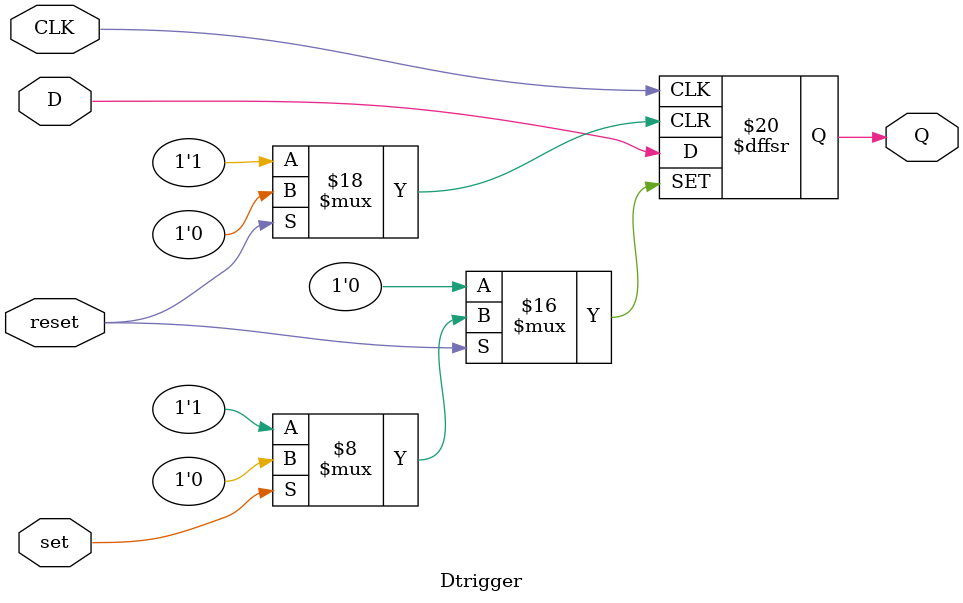
<source format=v>
module Dtrigger(D,CLK,Q,reset,set);
	input D,CLK,set,reset;
	output Q;
	reg Q;
	always@(posedge CLK or negedge reset or negedge set)
	begin
		if(!set)Q <= 1;
		else if(!reset)Q <= 0;
		else Q <= D;
	end
endmodule
</source>
